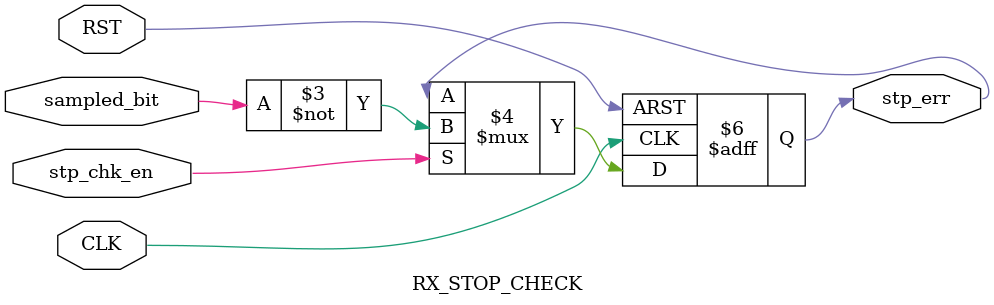
<source format=v>
module RX_STOP_CHECK (
    input wire CLK,
    input wire RST,
    input wire stp_chk_en,
    input wire sampled_bit,
    output reg stp_err
);
    
    always @(posedge CLK or negedge RST) begin
        if (~RST) begin
            stp_err <= 'b0;
        end
        else if(stp_chk_en) begin
            // stop bit must be 1
            stp_err <= ~sampled_bit;
        end
    end
endmodule
</source>
